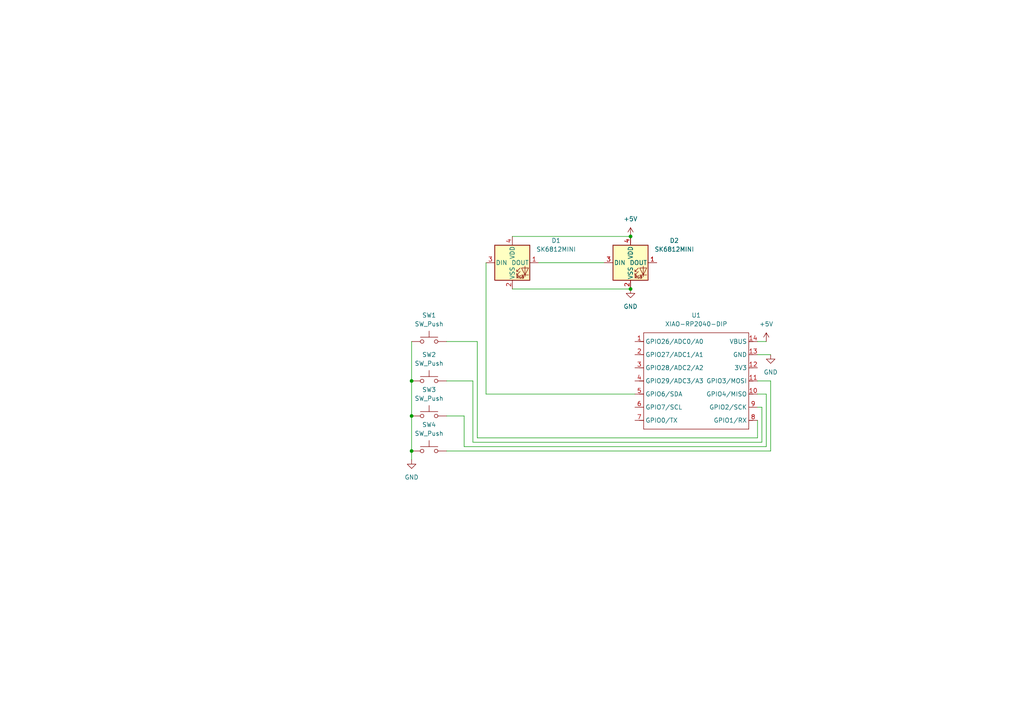
<source format=kicad_sch>
(kicad_sch (version 20250114) (generator "eeschema") (generator_version "9.0")
  (paper "A4")
  (lib_symbols
    (symbol "LED:SK6812MINI" (pin_names (offset 0.254))
      (property "Reference" "D" (at 5.08 5.715 0))
      (property "Value" "SK6812MINI" (at 1.27 -5.715 0))
      (symbol "SK6812MINI_0_0"
        (text "RGB" (at 2.286 -4.191 0) (effects (font (size 0.762 0.762))))
      )
      (symbol "SK6812MINI_0_1"
        (polyline (pts (xy 1.27 -2.54) (xy 1.778 -2.54)))
        (polyline (pts (xy 1.27 -3.556) (xy 1.778 -3.556)))
        (polyline (pts (xy 2.286 -1.524) (xy 1.27 -2.54) (xy 1.27 -2.032)))
        (polyline (pts (xy 2.286 -2.54) (xy 1.27 -3.556) (xy 1.27 -3.048)))
        (polyline (pts (xy 3.683 -1.016) (xy 3.683 -3.556) (xy 3.683 -4.064)))
        (polyline (pts (xy 4.699 -1.524) (xy 2.667 -1.524) (xy 3.683 -3.556) (xy 4.699 -1.524)))
        (polyline (pts (xy 4.699 -3.556) (xy 2.667 -3.556)))
        (rectangle (start 5.08 5.08) (end -5.08 -5.08) (stroke (width 0.254)) (fill (type background)))
      )
      (symbol "SK6812MINI_1_1"
        (pin input line (at -7.62 0 0) (length 2.54) (name "DIN") (number "3"))
        (pin power_in line (at 0 7.62 270) (length 2.54) (name "VDD") (number "4"))
        (pin power_in line (at 0 -7.62 90) (length 2.54) (name "VSS") (number "2"))
        (pin output line (at 7.62 0 180) (length 2.54) (name "DOUT") (number "1"))
      )
    )
    (symbol "Seeed_Studio_XIAO_Series:XIAO-RP2040-DIP"
      (property "Reference" "U" (at 0 0 0))
      (property "Value" "XIAO-RP2040-DIP" (at 5.334 -1.778 0))
      (symbol "XIAO-RP2040-DIP_1_0"
        (polyline (pts (xy -1.27 -2.54) (xy 29.21 -2.54)) (stroke (width 0.1524)))
        (polyline (pts (xy -1.27 -5.08) (xy -2.54 -5.08)) (stroke (width 0.1524)))
        (polyline (pts (xy -1.27 -5.08) (xy -1.27 -2.54)) (stroke (width 0.1524)))
        (polyline (pts (xy -1.27 -8.89) (xy -2.54 -8.89)) (stroke (width 0.1524)))
        (polyline (pts (xy -1.27 -8.89) (xy -1.27 -5.08)) (stroke (width 0.1524)))
        (polyline (pts (xy -1.27 -12.7) (xy -2.54 -12.7)) (stroke (width 0.1524)))
        (polyline (pts (xy -1.27 -12.7) (xy -1.27 -8.89)) (stroke (width 0.1524)))
        (polyline (pts (xy -1.27 -16.51) (xy -2.54 -16.51)) (stroke (width 0.1524)))
        (polyline (pts (xy -1.27 -16.51) (xy -1.27 -12.7)) (stroke (width 0.1524)))
        (polyline (pts (xy -1.27 -20.32) (xy -2.54 -20.32)) (stroke (width 0.1524)))
        (polyline (pts (xy -1.27 -24.13) (xy -2.54 -24.13)) (stroke (width 0.1524)))
        (polyline (pts (xy -1.27 -27.94) (xy -2.54 -27.94)) (stroke (width 0.1524)))
        (polyline (pts (xy -1.27 -30.48) (xy -1.27 -16.51)) (stroke (width 0.1524)))
        (polyline (pts (xy 29.21 -2.54) (xy 29.21 -5.08)) (stroke (width 0.1524)))
        (polyline (pts (xy 29.21 -5.08) (xy 29.21 -8.89)) (stroke (width 0.1524)))
        (polyline (pts (xy 29.21 -8.89) (xy 29.21 -12.7)) (stroke (width 0.1524)))
        (polyline (pts (xy 29.21 -12.7) (xy 29.21 -30.48)) (stroke (width 0.1524)))
        (polyline (pts (xy 29.21 -30.48) (xy -1.27 -30.48)) (stroke (width 0.1524)))
        (polyline (pts (xy 30.48 -5.08) (xy 29.21 -5.08)) (stroke (width 0.1524)))
        (polyline (pts (xy 30.48 -8.89) (xy 29.21 -8.89)) (stroke (width 0.1524)))
        (polyline (pts (xy 30.48 -12.7) (xy 29.21 -12.7)) (stroke (width 0.1524)))
        (polyline (pts (xy 30.48 -16.51) (xy 29.21 -16.51)) (stroke (width 0.1524)))
        (polyline (pts (xy 30.48 -20.32) (xy 29.21 -20.32)) (stroke (width 0.1524)))
        (polyline (pts (xy 30.48 -24.13) (xy 29.21 -24.13)) (stroke (width 0.1524)))
        (polyline (pts (xy 30.48 -27.94) (xy 29.21 -27.94)) (stroke (width 0.1524)))
        (pin passive line (at -3.81 -5.08 0) (length 2.54) (name "GPIO26/ADC0/A0") (number "1"))
        (pin passive line (at -3.81 -8.89 0) (length 2.54) (name "GPIO27/ADC1/A1") (number "2"))
        (pin passive line (at -3.81 -12.7 0) (length 2.54) (name "GPIO28/ADC2/A2") (number "3"))
        (pin passive line (at -3.81 -16.51 0) (length 2.54) (name "GPIO29/ADC3/A3") (number "4"))
        (pin passive line (at -3.81 -20.32 0) (length 2.54) (name "GPIO6/SDA") (number "5"))
        (pin passive line (at -3.81 -24.13 0) (length 2.54) (name "GPIO7/SCL") (number "6"))
        (pin passive line (at -3.81 -27.94 0) (length 2.54) (name "GPIO0/TX") (number "7"))
        (pin passive line (at 31.75 -5.08 180) (length 2.54) (name "VBUS") (number "14"))
        (pin passive line (at 31.75 -8.89 180) (length 2.54) (name "GND") (number "13"))
        (pin passive line (at 31.75 -12.7 180) (length 2.54) (name "3V3") (number "12"))
        (pin passive line (at 31.75 -16.51 180) (length 2.54) (name "GPIO3/MOSI") (number "11"))
        (pin passive line (at 31.75 -20.32 180) (length 2.54) (name "GPIO4/MISO") (number "10"))
        (pin passive line (at 31.75 -24.13 180) (length 2.54) (name "GPIO2/SCK") (number "9"))
        (pin passive line (at 31.75 -27.94 180) (length 2.54) (name "GPIO1/RX") (number "8"))
      )
    )
    (symbol "Switch:SW_Push" (pin_numbers (hide yes)) (pin_names (offset 1.016) (hide yes))
      (property "Reference" "SW" (at 1.27 2.54 0))
      (property "Value" "SW_Push" (at 0 -1.524 0))
      (symbol "SW_Push_0_1"
        (circle (center -2.032 0) (radius 0.508))
        (polyline (pts (xy 0 1.27) (xy 0 3.048)))
        (circle (center 2.032 0) (radius 0.508))
        (polyline (pts (xy 2.54 1.27) (xy -2.54 1.27)))
        (pin passive line (at -5.08 0 0) (length 2.54) (name "1") (number "1"))
        (pin passive line (at 5.08 0 180) (length 2.54) (name "2") (number "2"))
      )
    )
    (symbol "power:+5V" (power) (pin_numbers (hide yes)) (pin_names (offset 0) (hide yes))
      (property "Value" "+5V" (at 0 3.556 0))
      (symbol "+5V_0_1"
        (polyline (pts (xy -0.762 1.27) (xy 0 2.54)))
        (polyline (pts (xy 0 2.54) (xy 0.762 1.27)))
        (polyline (pts (xy 0 0) (xy 0 2.54)))
      )
      (symbol "+5V_1_1"
        (pin power_in line (at 0 0 90) (length 0) (name "~") (number "1"))
      )
    )
    (symbol "power:GND" (power) (pin_numbers (hide yes)) (pin_names (offset 0) (hide yes))
      (property "Value" "GND" (at 0 -3.81 0))
      (symbol "GND_0_1"
        (polyline (pts (xy 0 0) (xy 0 -1.27) (xy 1.27 -1.27) (xy 0 -2.54) (xy -1.27 -1.27) (xy 0 -1.27)))
      )
      (symbol "GND_1_1"
        (pin power_in line (at 0 0 270) (length 0) (name "~") (number "1"))
      )
    )
  )
  (junction (at 119.38 130.81))
  (junction (at 182.88 68.58))
  (junction (at 182.88 83.82))
  (junction (at 119.38 110.49))
  (junction (at 119.38 120.65))
  (wire (pts (xy 219.71 114.3) (xy 222.25 114.3)))
  (wire (pts (xy 148.59 68.58) (xy 182.88 68.58)))
  (wire (pts (xy 223.52 130.81) (xy 129.54 130.81)))
  (wire (pts (xy 222.25 99.06) (xy 219.71 99.06)))
  (wire (pts (xy 134.62 120.65) (xy 129.54 120.65)))
  (wire (pts (xy 223.52 102.87) (xy 219.71 102.87)))
  (wire (pts (xy 140.97 114.3) (xy 184.15 114.3)))
  (wire (pts (xy 219.71 121.92) (xy 219.71 127)))
  (wire (pts (xy 134.62 129.54) (xy 134.62 120.65)))
  (wire (pts (xy 219.71 127) (xy 138.43 127)))
  (wire (pts (xy 119.38 120.65) (xy 119.38 130.81)))
  (wire (pts (xy 222.25 129.54) (xy 134.62 129.54)))
  (wire (pts (xy 119.38 130.81) (xy 119.38 133.35)))
  (wire (pts (xy 219.71 118.11) (xy 220.98 118.11)))
  (wire (pts (xy 119.38 99.06) (xy 119.38 110.49)))
  (wire (pts (xy 223.52 110.49) (xy 223.52 130.81)))
  (wire (pts (xy 220.98 128.27) (xy 137.16 128.27)))
  (wire (pts (xy 148.59 83.82) (xy 182.88 83.82)))
  (wire (pts (xy 119.38 110.49) (xy 119.38 120.65)))
  (wire (pts (xy 138.43 127) (xy 138.43 99.06)))
  (wire (pts (xy 219.71 110.49) (xy 223.52 110.49)))
  (wire (pts (xy 156.21 76.2) (xy 175.26 76.2)))
  (wire (pts (xy 137.16 128.27) (xy 137.16 110.49)))
  (wire (pts (xy 222.25 114.3) (xy 222.25 129.54)))
  (wire (pts (xy 220.98 118.11) (xy 220.98 128.27)))
  (wire (pts (xy 137.16 110.49) (xy 129.54 110.49)))
  (wire (pts (xy 138.43 99.06) (xy 129.54 99.06)))
  (wire (pts (xy 140.97 76.2) (xy 140.97 114.3)))
  (symbol (lib_id "power:GND") (at 223.52 102.87 0) (unit 1)
    (property "Reference" "#PWR04" (effects (hide yes)))
    (property "Value" "GND" (at 223.52 107.95 0))
    (property "Description" "Power symbol creates a global label with name \"GND\" , ground" (effects (hide yes)))
  )
  (symbol (lib_id "LED:SK6812MINI") (at 148.59 76.2 0) (unit 1)
    (property "Reference" "D1" (at 161.29 69.7798 0))
    (property "Value" "SK6812MINI" (at 161.29 72.3198 0))
    (property "Footprint" "LED_SMD:LED_SK6812MINI_PLCC4_3.5x3.5mm_P1.75mm" (effects (hide yes)))
    (property "Datasheet" "https://cdn-shop.adafruit.com/product-files/2686/SK6812MINI_REV.01-1-2.pdf" (effects (hide yes)))
    (property "Description" "RGB LED with integrated controller" (effects (hide yes)))
  )
  (symbol (lib_id "Switch:SW_Push") (at 124.46 130.81 0) (unit 1)
    (property "Reference" "SW4" (at 124.46 123.19 0))
    (property "Value" "SW_Push" (at 124.46 125.73 0))
    (property "Footprint" "Button_Switch_Keyboard:SW_Cherry_MX_1.00u_PCB" (effects (hide yes)))
    (property "Description" "Push button switch, generic, two pins" (effects (hide yes)))
  )
  (symbol (lib_id "Switch:SW_Push") (at 124.46 120.65 0) (unit 1)
    (property "Reference" "SW3" (at 124.46 113.03 0))
    (property "Value" "SW_Push" (at 124.46 115.57 0))
    (property "Footprint" "Button_Switch_Keyboard:SW_Cherry_MX_1.00u_PCB" (effects (hide yes)))
    (property "Description" "Push button switch, generic, two pins" (effects (hide yes)))
  )
  (symbol (lib_id "Switch:SW_Push") (at 124.46 99.06 0) (unit 1)
    (property "Reference" "SW1" (at 124.46 91.44 0))
    (property "Value" "SW_Push" (at 124.46 93.98 0))
    (property "Footprint" "Button_Switch_Keyboard:SW_Cherry_MX_1.00u_PCB" (effects (hide yes)))
    (property "Description" "Push button switch, generic, two pins" (effects (hide yes)))
  )
  (symbol (lib_id "Seeed_Studio_XIAO_Series:XIAO-RP2040-DIP") (at 187.96 93.98 0) (unit 1)
    (property "Reference" "U1" (at 201.93 91.44 0))
    (property "Value" "XIAO-RP2040-DIP" (at 201.93 93.98 0))
    (property "Footprint" "Seeed Studio XIAO Series Library:XIAO-RP2040-DIP" (effects (hide yes)))
  )
  (symbol (lib_id "power:GND") (at 182.88 83.82 0) (unit 1)
    (property "Reference" "#PWR05" (effects (hide yes)))
    (property "Value" "GND" (at 182.88 88.9 0))
    (property "Description" "Power symbol creates a global label with name \"GND\" , ground" (effects (hide yes)))
  )
  (symbol (lib_id "power:+5V") (at 182.88 68.58 0) (unit 1)
    (property "Reference" "#PWR03" (effects (hide yes)))
    (property "Value" "+5V" (at 182.88 63.5 0))
    (property "Description" "Power symbol creates a global label with name \"+5V\"" (effects (hide yes)))
  )
  (symbol (lib_id "power:+5V") (at 222.25 99.06 0) (unit 1)
    (property "Reference" "#PWR02" (effects (hide yes)))
    (property "Value" "+5V" (at 222.25 93.98 0))
    (property "Description" "Power symbol creates a global label with name \"+5V\"" (effects (hide yes)))
  )
  (symbol (lib_id "Switch:SW_Push") (at 124.46 110.49 0) (unit 1)
    (property "Reference" "SW2" (at 124.46 102.87 0))
    (property "Value" "SW_Push" (at 124.46 105.41 0))
    (property "Footprint" "Button_Switch_Keyboard:SW_Cherry_MX_1.00u_PCB" (effects (hide yes)))
    (property "Description" "Push button switch, generic, two pins" (effects (hide yes)))
  )
  (symbol (lib_id "power:GND") (at 119.38 133.35 0) (unit 1)
    (property "Reference" "#PWR01" (effects (hide yes)))
    (property "Value" "GND" (at 119.38 138.43 0))
    (property "Description" "Power symbol creates a global label with name \"GND\" , ground" (effects (hide yes)))
  )
  (symbol (lib_id "LED:SK6812MINI") (at 182.88 76.2 0) (unit 1)
    (property "Reference" "D2" (at 195.58 69.7798 0))
    (property "Value" "SK6812MINI" (at 195.58 72.3198 0))
    (property "Footprint" "LED_SMD:LED_SK6812MINI_PLCC4_3.5x3.5mm_P1.75mm" (effects (hide yes)))
    (property "Datasheet" "https://cdn-shop.adafruit.com/product-files/2686/SK6812MINI_REV.01-1-2.pdf" (effects (hide yes)))
    (property "Description" "RGB LED with integrated controller" (effects (hide yes)))
  )
)
</source>
